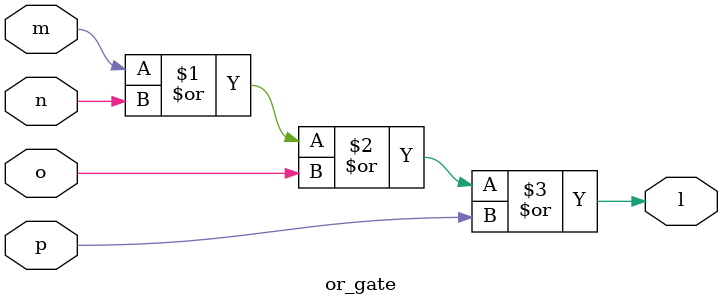
<source format=v>
module Mux_struct(out, a, b, c, d, s0, s1);
output out;
input a, b, c, d, s0, s1;
wire s0bar, s1bar, T1, T2, T3;
not_gate u1(s1bar, s1);
not_gate u2(s0bar, s0);
and_gate u3(T1, a, s0bar, s1bar);
and_gate u4(T2, b, s0, s1bar);
and_gate u5(T3, c, s0bar, s1);
and_gate u6(T4, d, s0, s1);
or_gate u7(out, T1, T2, T3, T4);
endmodule

module and_gate(output a, input b, c, d);
assign a = b & c & d;
endmodule

module not_gate(output e, input f);
assign e = ~ f;
endmodule

module or_gate(output l, input m, n, o, p);
assign l = m | n | o | p;
endmodule

</source>
